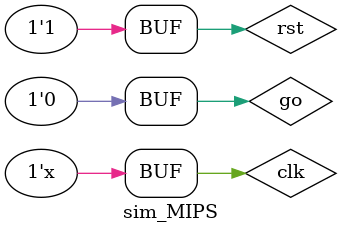
<source format=v>
`timescale 1ns / 1ps


module sim_MIPS();
    reg clk, rst, go;
    wire[7:0] seg, an;
    initial begin
        clk = 0;
        rst = 1;
        go = 0;
    end
    always#1 clk <= ~clk;
    MIPS sim_MIPS(clk, rst, go, seg, an, 15'b0);
endmodule

</source>
